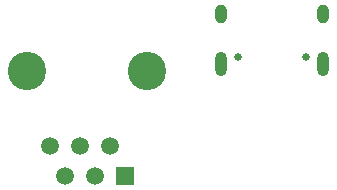
<source format=gbr>
%TF.GenerationSoftware,KiCad,Pcbnew,(6.0.11-0)*%
%TF.CreationDate,2024-02-08T08:09:45+01:00*%
%TF.ProjectId,Layblar_PCB,4c617962-6c61-4725-9f50-43422e6b6963,rev?*%
%TF.SameCoordinates,Original*%
%TF.FileFunction,Soldermask,Bot*%
%TF.FilePolarity,Negative*%
%FSLAX46Y46*%
G04 Gerber Fmt 4.6, Leading zero omitted, Abs format (unit mm)*
G04 Created by KiCad (PCBNEW (6.0.11-0)) date 2024-02-08 08:09:45*
%MOMM*%
%LPD*%
G01*
G04 APERTURE LIST*
%ADD10C,3.250000*%
%ADD11R,1.520000X1.520000*%
%ADD12C,1.520000*%
%ADD13C,0.650000*%
%ADD14O,1.000000X1.600000*%
%ADD15O,1.000000X2.100000*%
G04 APERTURE END LIST*
D10*
%TO.C,J1*%
X43967500Y-18350000D03*
X33807500Y-18350000D03*
D11*
X42057500Y-27240000D03*
D12*
X40787500Y-24700000D03*
X39517500Y-27240000D03*
X38247500Y-24700000D03*
X36977500Y-27240000D03*
X35707500Y-24700000D03*
%TD*%
D13*
%TO.C,J2*%
X57427500Y-17150000D03*
X51647500Y-17150000D03*
D14*
X58857500Y-13500000D03*
X50217500Y-13500000D03*
D15*
X58857500Y-17680000D03*
X50217500Y-17680000D03*
%TD*%
M02*

</source>
